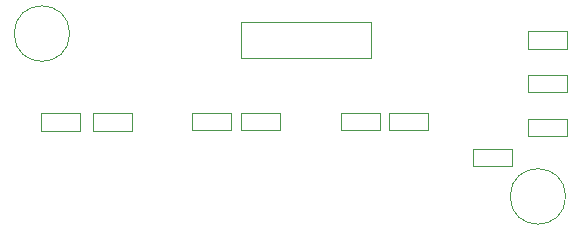
<source format=gbr>
%TF.GenerationSoftware,KiCad,Pcbnew,(5.1.10-1-10_14)*%
%TF.CreationDate,2021-06-08T22:52:33-04:00*%
%TF.ProjectId,TR109-lightboard,54523130-392d-46c6-9967-6874626f6172,rev?*%
%TF.SameCoordinates,Original*%
%TF.FileFunction,Other,User*%
%FSLAX46Y46*%
G04 Gerber Fmt 4.6, Leading zero omitted, Abs format (unit mm)*
G04 Created by KiCad (PCBNEW (5.1.10-1-10_14)) date 2021-06-08 22:52:33*
%MOMM*%
%LPD*%
G01*
G04 APERTURE LIST*
%ADD10C,0.050000*%
G04 APERTURE END LIST*
D10*
%TO.C,REF\u002A\u002A*%
X171380000Y-108570000D02*
G75*
G03*
X171380000Y-108570000I-2350000J0D01*
G01*
X129390000Y-94780000D02*
G75*
G03*
X129390000Y-94780000I-2350000J0D01*
G01*
%TO.C,J1*%
X143896704Y-93813500D02*
X143896704Y-96813500D01*
X154896704Y-93813500D02*
X143896704Y-93813500D01*
X154896704Y-96813500D02*
X154896704Y-93813500D01*
X143896704Y-96813500D02*
X154896704Y-96813500D01*
%TO.C,R4*%
X166810000Y-104570000D02*
X166810000Y-106030000D01*
X166810000Y-106030000D02*
X163510000Y-106030000D01*
X163510000Y-106030000D02*
X163510000Y-104570000D01*
X163510000Y-104570000D02*
X166810000Y-104570000D01*
%TO.C,R3*%
X152348300Y-102977700D02*
X152348300Y-101517700D01*
X152348300Y-101517700D02*
X155648300Y-101517700D01*
X155648300Y-101517700D02*
X155648300Y-102977700D01*
X155648300Y-102977700D02*
X152348300Y-102977700D01*
%TO.C,R2*%
X139739100Y-102939600D02*
X139739100Y-101479600D01*
X139739100Y-101479600D02*
X143039100Y-101479600D01*
X143039100Y-101479600D02*
X143039100Y-102939600D01*
X143039100Y-102939600D02*
X139739100Y-102939600D01*
%TO.C,R1*%
X127002900Y-103003100D02*
X127002900Y-101543100D01*
X127002900Y-101543100D02*
X130302900Y-101543100D01*
X130302900Y-101543100D02*
X130302900Y-103003100D01*
X130302900Y-103003100D02*
X127002900Y-103003100D01*
%TO.C,D6*%
X171512500Y-101987600D02*
X171512500Y-103447600D01*
X171512500Y-103447600D02*
X168212500Y-103447600D01*
X168212500Y-103447600D02*
X168212500Y-101987600D01*
X168212500Y-101987600D02*
X171512500Y-101987600D01*
%TO.C,D5*%
X171512500Y-98291900D02*
X171512500Y-99751900D01*
X171512500Y-99751900D02*
X168212500Y-99751900D01*
X168212500Y-99751900D02*
X168212500Y-98291900D01*
X168212500Y-98291900D02*
X171512500Y-98291900D01*
%TO.C,D4*%
X171512500Y-94583500D02*
X171512500Y-96043500D01*
X171512500Y-96043500D02*
X168212500Y-96043500D01*
X168212500Y-96043500D02*
X168212500Y-94583500D01*
X168212500Y-94583500D02*
X171512500Y-94583500D01*
%TO.C,D3*%
X156388800Y-102977700D02*
X156388800Y-101517700D01*
X156388800Y-101517700D02*
X159688800Y-101517700D01*
X159688800Y-101517700D02*
X159688800Y-102977700D01*
X159688800Y-102977700D02*
X156388800Y-102977700D01*
%TO.C,D2*%
X143892000Y-102939600D02*
X143892000Y-101479600D01*
X143892000Y-101479600D02*
X147192000Y-101479600D01*
X147192000Y-101479600D02*
X147192000Y-102939600D01*
X147192000Y-102939600D02*
X143892000Y-102939600D01*
%TO.C,D1*%
X131395200Y-103003100D02*
X131395200Y-101543100D01*
X131395200Y-101543100D02*
X134695200Y-101543100D01*
X134695200Y-101543100D02*
X134695200Y-103003100D01*
X134695200Y-103003100D02*
X131395200Y-103003100D01*
%TD*%
M02*

</source>
